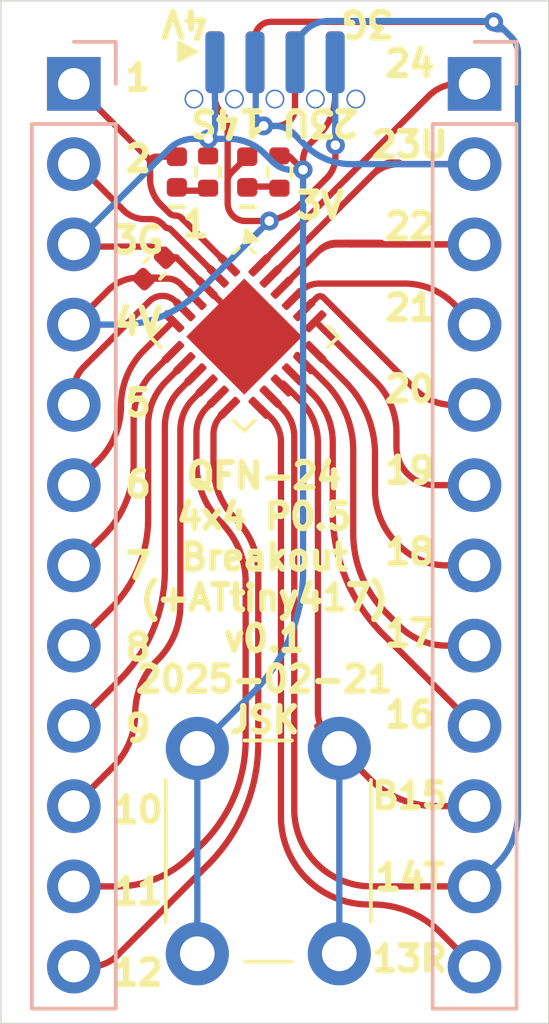
<source format=kicad_pcb>
(kicad_pcb (version 20241229) (generator "pcbnew") (generator_version "9.0")
  (layers (0 "F.Cu" signal) (2 "B.Cu" signal) (13 "F.Paste" user) (15 "B.Paste" user) (5 "F.SilkS" user "F.Silkscreen") (7 "B.SilkS" user "B.Silkscreen") (1 "F.Mask" user) (3 "B.Mask" user) (25 "Edge.Cuts" user))
  (net 0 "")
  (net 1 "/Pin3")
  (net 2 "/Pin4")
  (net 3 "Net-(D1001-Pad1)")
  (net 4 "Net-(D1002-Pad1)")
  (net 5 "/Pin1")
  (net 6 "/Pin21")
  (net 7 "/Pin24")
  (net 8 "/Pin15")
  (net 9 "/Pin17")
  (net 10 "/Pin19")
  (net 11 "/Pin22")
  (net 12 "/Pin18")
  (net 13 "/Pin20")
  (net 14 "/Pin13")
  (net 15 "/Pin23")
  (net 16 "/Pin14")
  (net 17 "/Pin16")
  (net 18 "/Pin6")
  (net 19 "/Pin10")
  (net 20 "/Pin5")
  (net 21 "/Pin8")
  (net 22 "/Pin11")
  (net 23 "/Pin2")
  (net 24 "/Pin7")
  (net 25 "/Pin12")
  (net 26 "/Pin9")
  (footprint "Resistor_SMD:R_0402_1005Metric" (layer "F.Cu") (at 146.89 74.550001 90)
    (property "Reference" "R1001" (hide yes))
    (property "Value" "R_US" (hide yes))
    (fp_line (start -0.153641 -0.38) (end 0.153641 -0.38) (stroke (width 0.12)) (layer "F.SilkS"))
    (fp_line (start -0.153641 0.38) (end 0.153641 0.38) (stroke (width 0.12)) (layer "F.SilkS"))
    (pad "1" smd roundrect (at -0.509999 0 90) (size 0.54 0.64) (layers "F.Cu" "F.Mask" "F.Paste") (net 3 "Net-(D1001-Pad1)"))
    (pad "2" smd roundrect (at 0.509999 0 90) (size 0.54 0.64) (layers "F.Cu" "F.Mask" "F.Paste") (net 1 "/Pin3"))
  )
  (footprint "JSK:LED_0402_1005Metric" (layer "F.Cu") (at 143.64 74.550001 90)
    (property "Reference" "D1002" (hide yes))
    (property "Value" "LED" (hide yes))
    (fp_line (start -1.1 -0.20625) (end -1.1 0.226249) (stroke (width 0.15)) (layer "F.SilkS"))
    (pad "1" smd roundrect (at -0.485 0 90) (size 0.59 0.64) (layers "F.Cu" "F.Mask" "F.Paste") (net 4 "Net-(D1002-Pad1)"))
    (pad "2" smd roundrect (at 0.485 0 90) (size 0.59 0.64) (layers "F.Cu" "F.Mask" "F.Paste") (net 5 "/Pin1"))
  )
  (footprint "JSK:8-pin-clip" (layer "F.Cu") (at 146.75 71.07 90)
    (property "Reference" "J1003" (hide yes))
    (property "Value" "~" (hide yes))
    (fp_poly (pts (xy 0.050323 -3.056152) (xy 0.620323 -3.056152) (xy 0.330324 -2.486152)) (stroke (width 0.12)) (fill yes) (layer "F.SilkS"))
    (pad "" np_thru_hole circle (at -1.17 -2.5675 90) (size 0.6 0.6) (drill 0.5) (layers "*.Cu"))
    (pad "" np_thru_hole circle (at -1.17 -1.285 90) (size 0.6 0.6) (drill 0.5) (layers "*.Cu"))
    (pad "" np_thru_hole circle (at -1.17 -0.0025 90) (size 0.6 0.6) (drill 0.5) (layers "*.Cu"))
    (pad "" np_thru_hole circle (at -1.17 1.28 90) (size 0.6 0.6) (drill 0.5) (layers "*.Cu"))
    (pad "" np_thru_hole circle (at -1.17 2.5625 90) (size 0.6 0.6) (drill 0.5) (layers "*.Cu"))
    (pad "A1" connect roundrect (at 0 -1.904999 90) (size 1.95 0.6) (layers "F.Cu" "F.Mask") (net 2 "/Pin4"))
    (pad "A2" connect roundrect (at 0 -0.635 90) (size 1.95 0.6) (layers "F.Cu" "F.Mask") (net 16 "/Pin14"))
    (pad "A3" connect roundrect (at 0 0.635 90) (size 1.95 0.6) (layers "F.Cu" "F.Mask") (net 15 "/Pin23"))
    (pad "A4" connect roundrect (at 0 1.904999 90) (size 1.95 0.6) (layers "F.Cu" "F.Mask") (net 1 "/Pin3"))
    (pad "B1" connect roundrect (at -0.01 1.91 90) (size 1.95 0.6) (layers "B.Cu" "B.Mask") (net 2 "/Pin4"))
    (pad "B2" connect roundrect (at -0.01 0.64 90) (size 1.95 0.6) (layers "B.Cu" "B.Mask") (net 16 "/Pin14"))
    (pad "B3" connect roundrect (at -0.01 -0.63 90) (size 1.95 0.6) (layers "B.Cu" "B.Mask") (net 15 "/Pin23"))
    (pad "B4" connect roundrect (at -0.01 -1.9 90) (size 1.95 0.6) (layers "B.Cu" "B.Mask") (net 1 "/Pin3"))
  )
  (footprint "Capacitor_SMD:C_0402_1005Metric" (layer "F.Cu") (at 142.93 77.6 45)
    (property "Reference" "C1001" (hide yes))
    (property "Value" "C" (hide yes))
    (fp_line (start -0.107836 -0.36) (end 0.107836 -0.36) (stroke (width 0.12)) (layer "F.SilkS"))
    (fp_line (start -0.107836 0.36) (end 0.107836 0.36) (stroke (width 0.12)) (layer "F.SilkS"))
    (pad "1" smd roundrect (at -0.48 0 45) (size 0.56 0.62) (layers "F.Cu" "F.Mask" "F.Paste") (net 2 "/Pin4"))
    (pad "2" smd roundrect (at 0.48 0 45) (size 0.56 0.62) (layers "F.Cu" "F.Mask" "F.Paste") (net 1 "/Pin3"))
  )
  (footprint "Button_Switch_THT:SW_PUSH_6mm" (layer "F.Cu") (at 144.288391 99.292925 90)
    (property "Reference" "SW1001" (hide yes))
    (property "Value" "Push_Button" (hide yes))
    (fp_line (start 5.5 -1) (end 1 -1) (stroke (width 0.12)) (layer "F.SilkS"))
    (fp_line (start -0.25 1.5) (end -0.25 3) (stroke (width 0.12)) (layer "F.SilkS"))
    (fp_line (start 6.75 3) (end 6.75 1.5) (stroke (width 0.12)) (layer "F.SilkS"))
    (fp_line (start 1 5.5) (end 5.5 5.5) (stroke (width 0.12)) (layer "F.SilkS"))
    (pad "1" thru_hole circle (at 0 0 180) (size 2 2) (drill 1.1) (layers "*.Cu" "*.Mask") (net 1 "/Pin3"))
    (pad "1" thru_hole circle (at 6.5 0 180) (size 2 2) (drill 1.1) (layers "*.Cu" "*.Mask") (net 1 "/Pin3"))
    (pad "2" thru_hole circle (at 0 4.500001 180) (size 2 2) (drill 1.1) (layers "*.Cu" "*.Mask") (net 8 "/Pin15"))
    (pad "2" thru_hole circle (at 6.500001 4.5 180) (size 2 2) (drill 1.1) (layers "*.Cu" "*.Mask") (net 8 "/Pin15"))
  )
  (footprint "JSK:LED_0402_1005Metric" (layer "F.Cu") (at 145.87 74.550001 90)
    (property "Reference" "D1001" (hide yes))
    (property "Value" "LED" (hide yes))
    (fp_line (start -1.1 -0.20625) (end -1.1 0.226249) (stroke (width 0.15)) (layer "F.SilkS"))
    (pad "1" smd roundrect (at -0.485 0 90) (size 0.59 0.64) (layers "F.Cu" "F.Mask" "F.Paste") (net 3 "Net-(D1001-Pad1)"))
    (pad "2" smd roundrect (at 0.485 0 90) (size 0.59 0.64) (layers "F.Cu" "F.Mask" "F.Paste") (net 2 "/Pin4"))
  )
  (footprint "Resistor_SMD:R_0402_1005Metric" (layer "F.Cu") (at 144.63 74.550001 90)
    (property "Reference" "R1002" (hide yes))
    (property "Value" "R_US" (hide yes))
    (fp_line (start -0.153641 -0.38) (end 0.153641 -0.38) (stroke (width 0.12)) (layer "F.SilkS"))
    (fp_line (start -0.153641 0.38) (end 0.153641 0.38) (stroke (width 0.12)) (layer "F.SilkS"))
    (pad "1" smd roundrect (at -0.509999 0 90) (size 0.54 0.64) (layers "F.Cu" "F.Mask" "F.Paste") (net 4 "Net-(D1002-Pad1)"))
    (pad "2" smd roundrect (at 0.509999 0 90) (size 0.54 0.64) (layers "F.Cu" "F.Mask" "F.Paste") (net 1 "/Pin3"))
  )
  (footprint "Package_DFN_QFN:QFN-24-1EP_4x4mm_P0.5mm_EP2.6x2.6mm" (layer "F.Cu") (at 145.775 79.76 -45)
    (property "Reference" "U1001" (hide yes))
    (property "Value" "ATtiny417-M" (hide yes))
    (fp_line (start -2.11 2.11) (end -2.11 1.635) (stroke (width 0.12)) (layer "F.SilkS"))
    (fp_line (start -1.635 2.11) (end -2.11 2.11) (stroke (width 0.12)) (layer "F.SilkS"))
    (fp_line (start -2.11 -1.635) (end -2.11 -1.87) (stroke (width 0.12)) (layer "F.SilkS"))
    (fp_line (start 1.635 2.11) (end 2.11 2.11) (stroke (width 0.12)) (layer "F.SilkS"))
    (fp_line (start 2.11 2.11) (end 2.11 1.635) (stroke (width 0.12)) (layer "F.SilkS"))
    (fp_line (start -1.635 -2.11) (end -1.81 -2.11) (stroke (width 0.12)) (layer "F.SilkS"))
    (fp_line (start 1.635 -2.11) (end 2.11 -2.11) (stroke (width 0.12)) (layer "F.SilkS"))
    (fp_line (start 2.11 -2.11) (end 2.11 -1.635) (stroke (width 0.12)) (layer "F.SilkS"))
    (fp_poly (pts (xy -2.11 -2.11) (xy -2.349999 -2.44) (xy -1.87 -2.44) (xy -2.11 -2.11)) (stroke (width 0.12)) (fill yes) (layer "F.SilkS"))
    (pad "1" smd roundrect (at -1.9375 -1.25 315) (size 0.825 0.25) (layers "F.Cu" "F.Mask" "F.Paste") (net 5 "/Pin1"))
    (pad "2" smd roundrect (at -1.937499 -0.75 315) (size 0.825 0.25) (layers "F.Cu" "F.Mask" "F.Paste") (net 23 "/Pin2"))
    (pad "3" smd roundrect (at -1.9375 -0.25 315) (size 0.825 0.25) (layers "F.Cu" "F.Mask" "F.Paste") (net 1 "/Pin3"))
    (pad "4" smd roundrect (at -1.9375 0.25 315) (size 0.825 0.25) (layers "F.Cu" "F.Mask" "F.Paste") (net 2 "/Pin4"))
    (pad "5" smd roundrect (at -1.937499 0.75 315) (size 0.825 0.25) (layers "F.Cu" "F.Mask" "F.Paste") (net 20 "/Pin5"))
    (pad "6" smd roundrect (at -1.9375 1.25 315) (size 0.825 0.25) (layers "F.Cu" "F.Mask" "F.Paste") (net 18 "/Pin6"))
    (pad "7" smd roundrect (at -1.25 1.9375 315) (size 0.25 0.825) (layers "F.Cu" "F.Mask" "F.Paste") (net 24 "/Pin7"))
    (pad "8" smd roundrect (at -0.75 1.937499 315) (size 0.25 0.825) (layers "F.Cu" "F.Mask" "F.Paste") (net 21 "/Pin8"))
    (pad "9" smd roundrect (at -0.25 1.9375 315) (size 0.25 0.825) (layers "F.Cu" "F.Mask" "F.Paste") (net 26 "/Pin9"))
    (pad "10" smd roundrect (at 0.25 1.9375 315) (size 0.25 0.825) (layers "F.Cu" "F.Mask" "F.Paste") (net 19 "/Pin10"))
    (pad "11" smd roundrect (at 0.75 1.937499 315) (size 0.25 0.825) (layers "F.Cu" "F.Mask" "F.Paste") (net 22 "/Pin11"))
    (pad "12" smd roundrect (at 1.25 1.9375 315) (size 0.25 0.825) (layers "F.Cu" "F.Mask" "F.Paste") (net 25 "/Pin12"))
    (pad "13" smd roundrect (at 1.9375 1.25 315) (size 0.825 0.25) (layers "F.Cu" "F.Mask" "F.Paste") (net 14 "/Pin13"))
    (pad "14" smd roundrect (at 1.937499 0.75 315) (size 0.825 0.25) (layers "F.Cu" "F.Mask" "F.Paste") (net 16 "/Pin14"))
    (pad "15" smd roundrect (at 1.9375 0.25 315) (size 0.825 0.25) (layers "F.Cu" "F.Mask" "F.Paste") (net 8 "/Pin15"))
    (pad "16" smd roundrect (at 1.9375 -0.25 315) (size 0.825 0.25) (layers "F.Cu" "F.Mask" "F.Paste") (net 17 "/Pin16"))
    (pad "17" smd roundrect (at 1.937499 -0.75 315) (size 0.825 0.25) (layers "F.Cu" "F.Mask" "F.Paste") (net 9 "/Pin17"))
    (pad "18" smd roundrect (at 1.9375 -1.25 315) (size 0.825 0.25) (layers "F.Cu" "F.Mask" "F.Paste") (net 12 "/Pin18"))
    (pad "19" smd roundrect (at 1.25 -1.9375 315) (size 0.25 0.825) (layers "F.Cu" "F.Mask" "F.Paste") (net 10 "/Pin19"))
    (pad "20" smd roundrect (at 0.75 -1.937499 315) (size 0.25 0.825) (layers "F.Cu" "F.Mask" "F.Paste") (net 13 "/Pin20"))
    (pad "21" smd roundrect (at 0.25 -1.9375 315) (size 0.25 0.825) (layers "F.Cu" "F.Mask" "F.Paste") (net 6 "/Pin21"))
    (pad "22" smd roundrect (at -0.25 -1.9375 315) (size 0.25 0.825) (layers "F.Cu" "F.Mask" "F.Paste") (net 11 "/Pin22"))
    (pad "23" smd roundrect (at -0.75 -1.937499 315) (size 0.25 0.825) (layers "F.Cu" "F.Mask" "F.Paste") (net 15 "/Pin23"))
    (pad "24" smd roundrect (at -1.25 -1.9375 315) (size 0.25 0.825) (layers "F.Cu" "F.Mask" "F.Paste") (net 7 "/Pin24"))
    (pad "25" smd rect (at 0 0 315) (size 2.6 2.6) (property pad_prop_heatsink) (layers "F.Cu" "F.Mask") (net 1 "/Pin3"))
  )
  (footprint "Connector_PinHeader_2.54mm:PinHeader_1x12_P2.54mm_Vertical" (layer "B.Cu") (at 140.375 71.76 180)
    (property "Reference" "J1002" (hide yes))
    (property "Value" "Conn_01x12_Pin" (hide yes))
    (fp_line (start 1.33 -1.27) (end -1.33 -1.27) (stroke (width 0.12)) (layer "B.SilkS"))
    (fp_line (start 1.33 -29.27) (end 1.33 -1.27) (stroke (width 0.12)) (layer "B.SilkS"))
    (fp_line (start 1.33 -29.27) (end -1.33 -29.27) (stroke (width 0.12)) (layer "B.SilkS"))
    (fp_line (start 0 1.33) (end -1.33 1.33) (stroke (width 0.12)) (layer "B.SilkS"))
    (fp_line (start -1.33 1.33) (end -1.33 0) (stroke (width 0.12)) (layer "B.SilkS"))
    (fp_line (start -1.33 -29.27) (end -1.33 -1.27) (stroke (width 0.12)) (layer "B.SilkS"))
    (pad "1" thru_hole rect (at 0 0 180) (size 1.7 1.7) (drill 1) (layers "*.Cu" "*.Mask") (net 5 "/Pin1"))
    (pad "2" thru_hole oval (at 0 -2.54 180) (size 1.7 1.7) (drill 1) (layers "*.Cu" "*.Mask") (net 23 "/Pin2"))
    (pad "3" thru_hole oval (at 0 -5.08 180) (size 1.7 1.7) (drill 1) (layers "*.Cu" "*.Mask") (net 1 "/Pin3"))
    (pad "4" thru_hole oval (at 0 -7.62 180) (size 1.7 1.7) (drill 1) (layers "*.Cu" "*.Mask") (net 2 "/Pin4"))
    (pad "5" thru_hole oval (at 0 -10.16 180) (size 1.7 1.7) (drill 1) (layers "*.Cu" "*.Mask") (net 20 "/Pin5"))
    (pad "6" thru_hole oval (at 0 -12.7 180) (size 1.7 1.7) (drill 1) (layers "*.Cu" "*.Mask") (net 18 "/Pin6"))
    (pad "7" thru_hole oval (at 0 -15.24 180) (size 1.7 1.7) (drill 1) (layers "*.Cu" "*.Mask") (net 24 "/Pin7"))
    (pad "8" thru_hole oval (at 0 -17.78 180) (size 1.7 1.7) (drill 1) (layers "*.Cu" "*.Mask") (net 21 "/Pin8"))
    (pad "9" thru_hole oval (at 0 -20.32 180) (size 1.7 1.7) (drill 1) (layers "*.Cu" "*.Mask") (net 26 "/Pin9"))
    (pad "10" thru_hole oval (at 0 -22.86 180) (size 1.7 1.7) (drill 1) (layers "*.Cu" "*.Mask") (net 19 "/Pin10"))
    (pad "11" thru_hole oval (at 0 -25.4 180) (size 1.7 1.7) (drill 1) (layers "*.Cu" "*.Mask") (net 22 "/Pin11"))
    (pad "12" thru_hole oval (at 0 -27.94 180) (size 1.7 1.7) (drill 1) (layers "*.Cu" "*.Mask") (net 25 "/Pin12"))
  )
  (footprint "Connector_PinHeader_2.54mm:PinHeader_1x12_P2.54mm_Vertical" (layer "B.Cu") (at 153.075 71.76 180)
    (property "Reference" "J1001" (hide yes))
    (property "Value" "Conn_01x12_Pin" (hide yes))
    (fp_line (start 1.33 -1.27) (end -1.33 -1.27) (stroke (width 0.12)) (layer "B.SilkS"))
    (fp_line (start 1.33 -29.27) (end 1.33 -1.27) (stroke (width 0.12)) (layer "B.SilkS"))
    (fp_line (start 1.33 -29.27) (end -1.33 -29.27) (stroke (width 0.12)) (layer "B.SilkS"))
    (fp_line (start 0 1.33) (end -1.33 1.33) (stroke (width 0.12)) (layer "B.SilkS"))
    (fp_line (start -1.33 1.33) (end -1.33 0) (stroke (width 0.12)) (layer "B.SilkS"))
    (fp_line (start -1.33 -29.27) (end -1.33 -1.27) (stroke (width 0.12)) (layer "B.SilkS"))
    (pad "1" thru_hole rect (at 0 0 180) (size 1.7 1.7) (drill 1) (layers "*.Cu" "*.Mask") (net 7 "/Pin24"))
    (pad "2" thru_hole oval (at 0 -2.54 180) (size 1.7 1.7) (drill 1) (layers "*.Cu" "*.Mask") (net 15 "/Pin23"))
    (pad "3" thru_hole oval (at 0 -5.08 180) (size 1.7 1.7) (drill 1) (layers "*.Cu" "*.Mask") (net 11 "/Pin22"))
    (pad "4" thru_hole oval (at 0 -7.62 180) (size 1.7 1.7) (drill 1) (layers "*.Cu" "*.Mask") (net 6 "/Pin21"))
    (pad "5" thru_hole oval (at 0 -10.16 180) (size 1.7 1.7) (drill 1) (layers "*.Cu" "*.Mask") (net 13 "/Pin20"))
    (pad "6" thru_hole oval (at 0 -12.7 180) (size 1.7 1.7) (drill 1) (layers "*.Cu" "*.Mask") (net 10 "/Pin19"))
    (pad "7" thru_hole oval (at 0 -15.24 180) (size 1.7 1.7) (drill 1) (layers "*.Cu" "*.Mask") (net 12 "/Pin18"))
    (pad "8" thru_hole oval (at 0 -17.78 180) (size 1.7 1.7) (drill 1) (layers "*.Cu" "*.Mask") (net 9 "/Pin17"))
    (pad "9" thru_hole oval (at 0 -20.32 180) (size 1.7 1.7) (drill 1) (layers "*.Cu" "*.Mask") (net 17 "/Pin16"))
    (pad "10" thru_hole oval (at 0 -22.86 180) (size 1.7 1.7) (drill 1) (layers "*.Cu" "*.Mask") (net 8 "/Pin15"))
    (pad "11" thru_hole oval (at 0 -25.4 180) (size 1.7 1.7) (drill 1) (layers "*.Cu" "*.Mask") (net 16 "/Pin14"))
    (pad "12" thru_hole oval (at 0 -27.94 180) (size 1.7 1.7) (drill 1) (layers "*.Cu" "*.Mask") (net 14 "/Pin13"))
  )
  (gr_rect (start 138.06 69.13) (end 155.43 101.5) (stroke (width 0.05)) (fill no) (layer "Edge.Cuts"))
  (gr_text "3V" (at 148.18 75.14 0) (layer "F.SilkS") (effects (font (size 0.8 0.8) (thickness 0.2) (bold yes)) (justify top)))
  (gr_text "24\n\n23U\n\n22\n\n21\n\n20\n\n19\n\n18\n\n17\n\n16\n\nB15\n\n14T\n\n13R" (at 151.02 70.65 0) (layer "F.SilkS") (effects (font (size 0.8 0.8) (thickness 0.2) (bold yes)) (justify top)))
  (gr_text "1\n\n2\n\n3G\n\n4V\n\n5\n\n6\n\n7\n\n8\n\n9\n\n10\n\n11\n\n12" (at 142.41 71.09 0) (layer "F.SilkS") (effects (font (size 0.8 0.8) (thickness 0.2) (bold yes)) (justify top)))
  (gr_text "23U 14S" (at 149.5 72.52 180) (layer "F.SilkS") (effects (font (size 0.8 0.8) (thickness 0.2) (bold yes)) (justify left bottom)))
  (gr_text "QFN-24\n4x4 P0.5\nBreakout\n(+ATtiny417)\nv0.1\n2025-02-21\nJSK" (at 146.41 88.03 0) (layer "F.SilkS") (effects (font (size 0.8 0.8) (thickness 0.2) (bold yes))))
  (gr_text "1" (at 144.23 75.73 0) (layer "F.SilkS") (effects (font (size 0.8 0.8) (thickness 0.2) (bold yes)) (justify top)))
  (gr_text "3G       4V" (at 150.58 69.38 180) (layer "F.SilkS") (effects (font (size 0.8 0.8) (thickness 0.2) (bold yes)) (justify left bottom)))
  (segment (start 148.654999 72.142846) (end 148.654999 71.07) (width 0.2) (layer "F.Cu") (net 1))
  (segment (start 143.624276 77.249999) (end 143.494999 77.249999) (width 0.2) (layer "F.Cu") (net 1))
  (segment (start 148.147499 73.368058) (end 147.853702 73.661855) (width 0.2) (layer "F.Cu") (net 1))
  (segment (start 143.05 76.94) (end 143.264539 77.154539) (width 0.2) (layer "F.Cu") (net 1))
  (segment (start 147.241923 74.091923) (end 147.626464 74.476464) (width 0.2) (layer "F.Cu") (net 1))
  (segment (start 147.64 74.48) (end 147.635 74.48) (width 0.2) (layer "F.Cu") (net 1))
  (segment (start 144.64 73.5) (end 144.64 74.030002) (width 0.2) (layer "F.Cu") (net 1))
  (segment (start 143.005857 76.91) (end 140.445 76.91) (width 0.2) (layer "F.Cu") (net 1))
  (segment (start 144.581757 78.213204) (end 145.775 79.406447) (width 0.2) (layer "F.Cu") (net 1))
  (segment (start 143.03 76.92) (end 143.05 76.94) (width 0.2) (layer "F.Cu") (net 1))
  (segment (start 147.02 74) (end 146.89 74) (width 0.2) (layer "F.Cu") (net 1))
  (segment (start 147.64 74.48) (end 147.64 74.177779) (width 0.2) (layer "F.Cu") (net 1))
  (segment (start 144.581757 78.213204) (end 143.634047 77.265494) (width 0.2) (layer "F.Cu") (net 1))
  (via (at 147.64 74.48) (size 0.6) (drill 0.3) (layers "F.Cu" "B.Cu") (net 1))
  (via (at 144.64 73.5) (size 0.6) (drill 0.3) (layers "F.Cu" "B.Cu") (net 1))
  (arc (start 147.853702 73.661855) (mid 147.695539 73.898563) (end 147.64 74.177779) (width 0.2) (layer "F.Cu") (net 1))
  (arc (start 143.63 77.255723) (mid 143.631051 77.261011) (end 143.634047 77.265494) (width 0.2) (layer "F.Cu") (net 1))
  (arc (start 148.654999 72.142846) (mid 148.523104 72.805926) (end 148.147499 73.368058) (width 0.2) (layer "F.Cu") (net 1))
  (arc (start 143.63 77.255723) (mid 143.628323 77.251675) (end 143.624276 77.249999) (width 0.2) (layer "F.Cu") (net 1))
  (arc (start 143.03 76.92) (mid 143.018923 76.912598) (end 143.005857 76.91) (width 0.2) (layer "F.Cu") (net 1))
  (arc (start 143.264539 77.154539) (mid 143.370275 77.225189) (end 143.494999 77.249999) (width 0.2) (layer "F.Cu") (net 1))
  (arc (start 147.626464 74.476464) (mid 147.63038 74.479081) (end 147.635 74.48) (width 0.2) (layer "F.Cu") (net 1))
  (arc (start 147.241923 74.091923) (mid 147.140104 74.02389) (end 147.02 74) (width 0.2) (layer "F.Cu") (net 1))
  (segment (start 145.295735 73.5) (end 144.64 73.5) (width 0.2) (layer "B.Cu") (net 1))
  (segment (start 147.64 74.48) (end 147.64 87.187352) (width 0.2) (layer "B.Cu") (net 1))
  (segment (start 144.1775 73.5) (end 144.64 73.5) (width 0.2) (layer "B.Cu") (net 1))
  (segment (start 147.64 74.48) (end 147.285735 74.48) (width 0.2) (layer "B.Cu") (net 1))
  (segment (start 143.387963 73.827036) (end 140.375 76.84) (width 0.2) (layer "B.Cu") (net 1))
  (segment (start 144.85 73.141507) (end 144.85 71.08) (width 0.2) (layer "B.Cu") (net 1))
  (segment (start 144.745 73.395) (end 144.64 73.5) (width 0.2) (layer "B.Cu") (net 1))
  (segment (start 144.288391 92.792925) (end 144.288391 99.292925) (width 0.2) (layer "B.Cu") (net 1))
  (segment (start 146.046207 91.035108) (end 144.288391 92.792925) (width 0.2) (layer "B.Cu") (net 1))
  (segment (start 146.415146 73.963675) (end 146.680968 74.229497) (width 0.2) (layer "B.Cu") (net 1))
  (arc (start 146.680968 74.229497) (mid 146.958437 74.414896) (end 147.285735 74.48) (width 0.2) (layer "B.Cu") (net 1))
  (arc (start 144.85 73.141507) (mid 144.822711 73.278696) (end 144.745 73.395) (width 0.2) (layer "B.Cu") (net 1))
  (arc (start 144.1775 73.5) (mid 143.750205 73.584993) (end 143.387963 73.827036) (width 0.2) (layer "B.Cu") (net 1))
  (arc (start 147.64 87.187352) (mid 147.225786 89.269742) (end 146.046207 91.035108) (width 0.2) (layer "B.Cu") (net 1))
  (arc (start 146.415146 73.963675) (mid 145.901555 73.620505) (end 145.295735 73.5) (width 0.2) (layer "B.Cu") (net 1))
  (segment (start 145.361368 74.573632) (end 145.87 74.065001) (width 0.2) (layer "F.Cu") (net 2))
  (segment (start 143.774483 78.113035) (end 144.076964 78.415516) (width 0.2) (layer "F.Cu") (net 2))
  (segment (start 144.076964 78.415516) (end 144.228204 78.566757) (width 0.2) (layer "F.Cu") (net 2))
  (segment (start 145.25 74.8425) (end 145.25 75.157499) (width 0.2) (layer "F.Cu") (net 2))
  (segment (start 142.4525 77.89) (end 143.04 77.89) (width 0.2) (layer "F.Cu") (net 2))
  (segment (start 148.664086 73.7) (end 148.664086 74.082957) (width 0.2) (layer "F.Cu") (net 2))
  (segment (start 145.813345 76.1) (end 146.305 76.1) (width 0.2) (layer "F.Cu") (net 2))
  (segment (start 143.774483 78.113035) (end 143.756086 78.094638) (width 0.2) (layer "F.Cu") (net 2))
  (segment (start 143.346543 77.925) (end 142.685 77.925) (width 0.2) (layer "F.Cu") (net 2))
  (segment (start 145.25 75.157499) (end 145.25 75.536654) (width 0.2) (layer "F.Cu") (net 2))
  (segment (start 148.393294 74.736705) (end 147.542652 75.587347) (width 0.2) (layer "F.Cu") (net 2))
  (segment (start 145.25 73.159906) (end 145.25 74.8425) (width 0.2) (layer "F.Cu") (net 2))
  (segment (start 141.449574 78.305425) (end 140.375 79.38) (width 0.2) (layer "F.Cu") (net 2))
  (segment (start 144.845001 72.182152) (end 144.845001 71.07) (width 0.2) (layer "F.Cu") (net 2))
  (segment (start 145.25 75.157499) (end 145.25 74.8425) (width 0.2) (layer "F.Cu") (net 2))
  (via (at 146.57 76.1) (size 0.6) (drill 0.3) (layers "F.Cu" "B.Cu") (net 2))
  (via (at 148.664086 73.7) (size 0.6) (drill 0.3) (layers "F.Cu" "B.Cu") (net 2))
  (arc (start 145.361368 74.573632) (mid 145.278943 74.696989) (end 145.25 74.8425) (width 0.2) (layer "F.Cu") (net 2))
  (arc (start 145.25 74.8425) (mid 145.25 74.8425) (end 145.25 74.8425) (width 0.2) (layer "F.Cu") (net 2))
  (arc (start 148.664086 74.082957) (mid 148.593709 74.436763) (end 148.393294 74.736705) (width 0.2) (layer "F.Cu") (net 2))
  (arc (start 145.0475 72.671029) (mid 145.197371 72.895327) (end 145.25 73.159906) (width 0.2) (layer "F.Cu") (net 2))
  (arc (start 143.756086 78.094638) (mid 143.568186 77.969087) (end 143.346543 77.925) (width 0.2) (layer "F.Cu") (net 2))
  (arc (start 147.542652 75.587347) (mid 146.974812 75.966765) (end 146.305 76.1) (width 0.2) (layer "F.Cu") (net 2))
  (arc (start 144.845001 72.182152) (mid 144.897628 72.44673) (end 145.0475 72.671029) (width 0.2) (layer "F.Cu") (net 2))
  (arc (start 145.25 75.536654) (mid 145.292882 75.752237) (end 145.415 75.935) (width 0.2) (layer "F.Cu") (net 2))
  (arc (start 142.4525 77.89) (mid 141.90972 77.997965) (end 141.449574 78.305425) (width 0.2) (layer "F.Cu") (net 2))
  (arc (start 145.415 75.935) (mid 145.597762 76.057117) (end 145.813345 76.1) (width 0.2) (layer "F.Cu") (net 2))
  (segment (start 148.66 73.693024) (end 148.66 71.08) (width 0.2) (layer "B.Cu") (net 2))
  (segment (start 144.320608 78.349391) (end 146.57 76.1) (width 0.2) (layer "B.Cu") (net 2))
  (segment (start 148.662043 73.697957) (end 148.664086 73.7) (width 0.2) (layer "B.Cu") (net 2))
  (segment (start 141.8325 79.38) (end 140.375 79.38) (width 0.2) (layer "B.Cu") (net 2))
  (arc (start 148.66 73.693024) (mid 148.66053 73.695693) (end 148.662043 73.697957) (width 0.2) (layer "B.Cu") (net 2))
  (arc (start 144.320608 78.349391) (mid 143.179054 79.112153) (end 141.8325 79.38) (width 0.2) (layer "B.Cu") (net 2))
  (segment (start 146.89 75.009999) (end 145.87 75.009999) (width 0.2) (layer "F.Cu") (net 3))
  (segment (start 144.63 75.139998) (end 143.664998 75.139998) (width 0.2) (layer "F.Cu") (net 4))
  (segment (start 143.795062 76.012295) (end 145.288864 77.506097) (width 0.2) (layer "F.Cu") (net 5))
  (segment (start 142.97778 74.065001) (end 143.64 74.065001) (width 0.2) (layer "F.Cu") (net 5))
  (segment (start 143.135 75.585) (end 143.397704 75.847704) (width 0.2) (layer "F.Cu") (net 5))
  (segment (start 142.79 74.252781) (end 142.79 74.752096) (width 0.2) (layer "F.Cu") (net 5))
  (segment (start 142.735 74.12) (end 140.375 71.76) (width 0.2) (layer "F.Cu") (net 5))
  (arc (start 143.397704 75.847704) (mid 143.488858 75.908611) (end 143.596383 75.93) (width 0.2) (layer "F.Cu") (net 5))
  (arc (start 142.735 74.12) (mid 142.789999 74.142781) (end 142.844999 74.12) (width 0.2) (layer "F.Cu") (net 5))
  (arc (start 142.97778 74.065001) (mid 142.905919 74.079294) (end 142.844999 74.12) (width 0.2) (layer "F.Cu") (net 5))
  (arc (start 143.795062 76.012295) (mid 143.703907 75.951387) (end 143.596383 75.93) (width 0.2) (layer "F.Cu") (net 5))
  (arc (start 142.79 74.752096) (mid 142.879662 75.20286) (end 143.135 75.585) (width 0.2) (layer "F.Cu") (net 5))
  (arc (start 142.844999 74.12) (mid 142.804293 74.18092) (end 142.79 74.252781) (width 0.2) (layer "F.Cu") (net 5))
  (arc (start 142.79 74.252781) (mid 142.775705 74.18092) (end 142.735 74.12) (width 0.2) (layer "F.Cu") (net 5))
  (segment (start 152.425 78.73) (end 153.075 79.38) (width 0.2) (layer "F.Cu") (net 6))
  (segment (start 147.565174 78.323378) (end 147.321796 78.566757) (width 0.2) (layer "F.Cu") (net 6))
  (segment (start 150.855761 78.08) (end 148.152742 78.08) (width 0.2) (layer "F.Cu") (net 6))
  (arc (start 152.425 78.73) (mid 151.705027 78.248929) (end 150.855761 78.08) (width 0.2) (layer "F.Cu") (net 6))
  (arc (start 148.152742 78.08) (mid 147.834752 78.143251) (end 147.565174 78.323378) (width 0.2) (layer "F.Cu") (net 6))
  (segment (start 152.541117 71.76) (end 153.075 71.76) (width 0.2) (layer "F.Cu") (net 7))
  (segment (start 151.629721 72.137512) (end 146.261136 77.506097) (width 0.2) (layer "F.Cu") (net 7))
  (arc (start 152.541117 71.76) (mid 152.047873 71.858112) (end 151.629721 72.137512) (width 0.2) (layer "F.Cu") (net 7))
  (segment (start 147.561877 81.794366) (end 147.013755 81.246244) (width 0.2) (layer "F.Cu") (net 8))
  (segment (start 149.127586 93.132119) (end 149.74589 93.750423) (width 0.2) (layer "F.Cu") (net 8))
  (segment (start 148.11 91.634838) (end 148.11 83.117651) (width 0.2) (layer "F.Cu") (net 8))
  (segment (start 148.449195 92.453728) (end 149.127586 93.132119) (width 0.2) (layer "F.Cu") (net 8))
  (segment (start 148.449195 92.453728) (end 148.09 92.094533) (width 0.2) (layer "F.Cu") (net 8))
  (segment (start 151.845233 94.62) (end 153.075 94.62) (width 0.2) (layer "F.Cu") (net 8))
  (segment (start 149.127586 93.132119) (end 148.449195 92.453728) (width 0.2) (layer "F.Cu") (net 8))
  (arc (start 149.74589 93.750423) (mid 150.709077 94.394004) (end 151.845233 94.62) (width 0.2) (layer "F.Cu") (net 8))
  (arc (start 148.11 91.634838) (mid 148.198153 92.078018) (end 148.449195 92.453728) (width 0.2) (layer "F.Cu") (net 8))
  (arc (start 147.561877 81.794366) (mid 147.967547 82.401494) (end 148.11 83.117651) (width 0.2) (layer "F.Cu") (net 8))
  (arc (start 148.449195 92.453728) (mid 148.449195 92.453728) (end 148.449195 92.453728) (width 0.2) (layer "F.Cu") (net 8))
  (segment (start 148.788392 99.292925) (end 148.788392 92.792925) (width 0.2) (layer "B.Cu") (net 8))
  (segment (start 148.344435 81.224435) (end 147.458871 80.338871) (width 0.2) (layer "F.Cu") (net 9))
  (segment (start 150.27 88.5) (end 150.685978 88.915978) (width 0.2) (layer "F.Cu") (net 9))
  (segment (start 152.1925 89.54) (end 153.075 89.54) (width 0.2) (layer "F.Cu") (net 9))
  (segment (start 149.23 85.989217) (end 149.23 83.362377) (width 0.2) (layer "F.Cu") (net 9))
  (arc (start 150.685978 88.915978) (mid 151.377176 89.377821) (end 152.1925 89.54) (width 0.2) (layer "F.Cu") (net 9))
  (arc (start 148.344435 81.224435) (mid 148.999849 82.205331) (end 149.23 83.362377) (width 0.2) (layer "F.Cu") (net 9))
  (arc (start 149.23 85.989217) (mid 149.500287 87.348043) (end 150.27 88.5) (width 0.2) (layer "F.Cu") (net 9))
  (segment (start 150.6 82.79748) (end 150.6 83.247954) (width 0.2) (layer "F.Cu") (net 10))
  (segment (start 149.926467 81.171428) (end 148.028903 79.273864) (width 0.2) (layer "F.Cu") (net 10))
  (segment (start 151.812045 84.46) (end 153.075 84.46) (width 0.2) (layer "F.Cu") (net 10))
  (arc (start 150.6 83.247954) (mid 150.692261 83.711783) (end 150.955 84.105) (width 0.2) (layer "F.Cu") (net 10))
  (arc (start 149.926467 81.171428) (mid 150.424954 81.917467) (end 150.6 82.79748) (width 0.2) (layer "F.Cu") (net 10))
  (arc (start 150.955 84.105) (mid 151.348215 84.367738) (end 151.812045 84.46) (width 0.2) (layer "F.Cu") (net 10))
  (segment (start 149.035 76.79) (end 148.985 76.79) (width 0.2) (layer "F.Cu") (net 11))
  (segment (start 147.537861 77.643585) (end 146.968243 78.213204) (width 0.2) (layer "F.Cu") (net 11))
  (segment (start 148.700723 76.79) (end 148.985 76.79) (width 0.2) (layer "F.Cu") (net 11))
  (segment (start 150.215355 76.84) (end 153.075 76.84) (width 0.2) (layer "F.Cu") (net 11))
  (segment (start 148.985 76.79) (end 149.035 76.79) (width 0.2) (layer "F.Cu") (net 11))
  (segment (start 153.075 76.84) (end 148.720262 76.84) (width 0.2) (layer "F.Cu") (net 11))
  (segment (start 147.537861 77.643585) (end 148.073585 77.107861) (width 0.2) (layer "F.Cu") (net 11))
  (segment (start 149.145355 76.84) (end 153.075 76.84) (width 0.2) (layer "F.Cu") (net 11))
  (segment (start 148.172755 77.008691) (end 148.073585 77.107861) (width 0.2) (layer "F.Cu") (net 11))
  (segment (start 148.073586 77.107862) (end 147.537861 77.643585) (width 0.2) (layer "F.Cu") (net 11))
  (segment (start 149.085 76.815) (end 149.077677 76.807677) (width 0.2) (layer "F.Cu") (net 11))
  (segment (start 150.094644 76.79) (end 149.035 76.79) (width 0.2) (layer "F.Cu") (net 11))
  (arc (start 150.155 76.815) (mid 150.182691 76.833502) (end 150.215355 76.84) (width 0.2) (layer "F.Cu") (net 11))
  (arc (start 148.073585 77.107861) (mid 148.073585 77.107861) (end 148.073586 77.107862) (width 0.2) (layer "F.Cu") (net 11))
  (arc (start 148.700723 76.79) (mid 148.414989 76.846835) (end 148.172755 77.008691) (width 0.2) (layer "F.Cu") (net 11))
  (arc (start 148.720262 76.84) (mid 148.370283 76.909615) (end 148.073586 77.107862) (width 0.2) (layer "F.Cu") (net 11))
  (arc (start 149.085 76.815) (mid 149.112691 76.833502) (end 149.145355 76.84) (width 0.2) (layer "F.Cu") (net 11))
  (arc (start 149.077677 76.807677) (mid 149.058096 76.794594) (end 149.035 76.79) (width 0.2) (layer "F.Cu") (net 11))
  (arc (start 150.155 76.815) (mid 150.127308 76.796497) (end 150.094644 76.79) (width 0.2) (layer "F.Cu") (net 11))
  (arc (start 149.035 76.79) (mid 149.035 76.79) (end 149.035 76.79) (width 0.2) (layer "F.Cu") (net 11))
  (segment (start 152.1925 87) (end 153.075 87) (width 0.2) (layer "F.Cu") (net 12))
  (segment (start 150.685978 86.375978) (end 150.615 86.305) (width 0.2) (layer "F.Cu") (net 12))
  (segment (start 149.92 84.627121) (end 149.92 83.47444) (width 0.2) (layer "F.Cu") (net 12))
  (segment (start 148.974451 81.191684) (end 148.028903 80.246136) (width 0.2) (layer "F.Cu") (net 12))
  (arc (start 148.974451 81.191684) (mid 149.674259 82.239021) (end 149.92 83.47444) (width 0.2) (layer "F.Cu") (net 12))
  (arc (start 149.92 84.627121) (mid 150.100624 85.535182) (end 150.615 86.305) (width 0.2) (layer "F.Cu") (net 12))
  (arc (start 150.685978 86.375978) (mid 151.377176 86.837821) (end 152.1925 87) (width 0.2) (layer "F.Cu") (net 12))
  (segment (start 148.070756 78.524903) (end 147.675349 78.920311) (width 0.2) (layer "F.Cu") (net 13))
  (segment (start 152.378834 81.92) (end 153.075 81.92) (width 0.2) (layer "F.Cu") (net 13))
  (segment (start 148.28757 78.524903) (end 151.190404 81.427736) (width 0.2) (layer "F.Cu") (net 13))
  (arc (start 148.179163 78.48) (mid 148.120493 78.491669) (end 148.070756 78.524903) (width 0.2) (layer "F.Cu") (net 13))
  (arc (start 148.28757 78.524903) (mid 148.237832 78.491669) (end 148.179163 78.48) (width 0.2) (layer "F.Cu") (net 13))
  (arc (start 151.190404 81.427736) (mid 151.73566 81.792064) (end 152.378834 81.92) (width 0.2) (layer "F.Cu") (net 13))
  (segment (start 146.319023 82.029023) (end 146.621951 82.331951) (width 0.2) (layer "F.Cu") (net 14))
  (segment (start 146.94 94.954183) (end 146.94 83.099788) (width 0.2) (layer "F.Cu") (net 14))
  (segment (start 152.005525 98.630525) (end 153.075 99.7) (width 0.2) (layer "F.Cu") (net 14))
  (segment (start 149.718316 97.7325) (end 149.8375 97.7325) (width 0.2) (layer "F.Cu") (net 14))
  (segment (start 146.282519 82.013903) (end 146.261136 82.013903) (width 0.2) (layer "F.Cu") (net 14))
  (arc (start 146.319023 82.029023) (mid 146.302275 82.017832) (end 146.282519 82.013903) (width 0.2) (layer "F.Cu") (net 14))
  (arc (start 146.621951 82.331951) (mid 146.857341 82.684237) (end 146.94 83.099788) (width 0.2) (layer "F.Cu") (net 14))
  (arc (start 152.005525 98.630525) (mid 151.010826 97.965889) (end 149.8375 97.7325) (width 0.2) (layer "F.Cu") (net 14))
  (arc (start 147.75375 96.91875) (mid 148.6551 97.521013) (end 149.718316 97.7325) (width 0.2) (layer "F.Cu") (net 14))
  (arc (start 146.94 94.954183) (mid 147.151486 96.017399) (end 147.75375 96.91875) (width 0.2) (layer "F.Cu") (net 14))
  (segment (start 150.45717 74.25) (end 150.654644 74.25) (width 0.2) (layer "F.Cu") (net 15))
  (segment (start 150.670849 74.3) (end 153.075 74.3) (width 0.2) (layer "F.Cu") (net 15))
  (segment (start 149.121085 75.353255) (end 146.614689 77.859651) (width 0.2) (layer "F.Cu") (net 15))
  (segment (start 147.385 72.518119) (end 147.385 71.07) (width 0.2) (layer "F.Cu") (net 15))
  (segment (start 146.39 73.09) (end 146.813119 73.09) (width 0.2) (layer "F.Cu") (net 15))
  (segment (start 149.121085 75.353255) (end 149.823254 74.651084) (width 0.2) (layer "F.Cu") (net 15))
  (segment (start 149.823255 74.651085) (end 149.121085 75.353255) (width 0.2) (layer "F.Cu") (net 15))
  (segment (start 149.823254 74.651084) (end 150.059704 74.414635) (width 0.2) (layer "F.Cu") (net 15))
  (segment (start 150.775355 74.3) (end 153.075 74.3) (width 0.2) (layer "F.Cu") (net 15))
  (via (at 146.39 73.09) (size 0.6) (drill 0.3) (layers "F.Cu" "B.Cu") (net 15))
  (arc (start 150.45717 74.25) (mid 150.242063 74.292787) (end 150.059704 74.414635) (width 0.2) (layer "F.Cu") (net 15))
  (arc (start 150.715 74.275) (mid 150.687308 74.256497) (end 150.654644 74.25) (width 0.2) (layer "F.Cu") (net 15))
  (arc (start 150.670849 74.3) (mid 150.212134 74.391244) (end 149.823255 74.651085) (width 0.2) (layer "F.Cu") (net 15))
  (arc (start 147.385 72.518119) (mid 147.341468 72.736968) (end 147.2175 72.9225) (width 0.2) (layer "F.Cu") (net 15))
  (arc (start 150.715 74.275) (mid 150.742691 74.293502) (end 150.775355 74.3) (width 0.2) (layer "F.Cu") (net 15))
  (arc (start 147.2175 72.9225) (mid 147.031968 73.046468) (end 146.813119 73.09) (width 0.2) (layer "F.Cu") (net 15))
  (arc (start 149.823254 74.651084) (mid 149.823254 74.651084) (end 149.823255 74.651085) (width 0.2) (layer "F.Cu") (net 15))
  (segment (start 147.349031 73.340502) (end 147.703529 73.695) (width 0.2) (layer "B.Cu") (net 15))
  (segment (start 146.39 73.09) (end 146.265 72.965) (width 0.2) (layer "B.Cu") (net 15))
  (segment (start 146.744264 73.09) (end 146.39 73.09) (width 0.2) (layer "B.Cu") (net 15))
  (segment (start 146.14 72.663223) (end 146.14 71.1) (width 0.2) (layer "B.Cu") (net 15))
  (segment (start 149.164128 74.3) (end 153.075 74.3) (width 0.2) (layer "B.Cu") (net 15))
  (arc (start 147.703529 73.695) (mid 148.373657 74.142765) (end 149.164128 74.3) (width 0.2) (layer "B.Cu") (net 15))
  (arc (start 146.14 72.663223) (mid 146.172486 72.826543) (end 146.265 72.965) (width 0.2) (layer "B.Cu") (net 15))
  (arc (start 147.349031 73.340502) (mid 147.071561 73.155103) (end 146.744264 73.09) (width 0.2) (layer "B.Cu") (net 15))
  (segment (start 146.987344 82.033004) (end 146.614689 81.660349) (width 0.2) (layer "F.Cu") (net 16))
  (segment (start 149.801162 97.16) (end 153.075 97.16) (width 0.2) (layer "F.Cu") (net 16))
  (segment (start 147.36 82.932674) (end 147.36 94.718837) (width 0.2) (layer "F.Cu") (net 16))
  (segment (start 146.115 70.307133) (end 146.115 71.07) (width 0.2) (layer "F.Cu") (net 16))
  (segment (start 146.627133 69.795) (end 153.671464 69.795) (width 0.2) (layer "F.Cu") (net 16))
  (segment (start 153.6775 69.7975) (end 153.68 69.8) (width 0.2) (layer "F.Cu") (net 16))
  (via (at 153.68 69.8) (size 0.6) (drill 0.3) (layers "F.Cu" "B.Cu") (net 16))
  (arc (start 153.6775 69.7975) (mid 153.67473 69.795649) (end 153.671464 69.795) (width 0.2) (layer "F.Cu") (net 16))
  (arc (start 146.265 69.945) (mid 146.153983 70.111148) (end 146.115 70.307133) (width 0.2) (layer "F.Cu") (net 16))
  (arc (start 147.36 94.718837) (mid 147.545822 95.653029) (end 148.075 96.445) (width 0.2) (layer "F.Cu") (net 16))
  (arc (start 146.987344 82.033004) (mid 147.263149 82.445776) (end 147.36 82.932674) (width 0.2) (layer "F.Cu") (net 16))
  (arc (start 148.075 96.445) (mid 148.866969 96.974177) (end 149.801162 97.16) (width 0.2) (layer "F.Cu") (net 16))
  (arc (start 146.627133 69.795) (mid 146.431148 69.833983) (end 146.265 69.945) (width 0.2) (layer "F.Cu") (net 16))
  (segment (start 153.7875 96.4475) (end 153.125 97.11) (width 0.2) (layer "B.Cu") (net 16))
  (segment (start 147.7 70.08) (end 147.39 70.39) (width 0.2) (layer "B.Cu") (net 16))
  (segment (start 153.8925 69.9325) (end 154.0225 70.0625) (width 0.2) (layer "B.Cu") (net 16))
  (segment (start 154.45 94.848083) (end 154.45 70.769307) (width 0.2) (layer "B.Cu") (net 16))
  (segment (start 154.0225 70.0625) (end 154.0875 70.1275) (width 0.2) (layer "B.Cu") (net 16))
  (segment (start 154.0875 70.1275) (end 154.2525 70.2925) (width 0.2) (layer "B.Cu") (net 16))
  (segment (start 153.67 69.98) (end 153.62 69.93) (width 0.2) (layer "B.Cu") (net 16))
  (segment (start 154.0875 70.1275) (end 154.0225 70.0625) (width 0.2) (layer "B.Cu") (net 16))
  (segment (start 153.79071 70.03) (end 153.944038 70.03) (width 0.2) (layer "B.Cu") (net 16))
  (segment (start 153.50019 69.77) (end 148.448406 69.77) (width 0.2) (layer "B.Cu") (net 16))
  (arc (start 148.448406 69.77) (mid 148.043371 69.850566) (end 147.7 70.08) (width 0.2) (layer "B.Cu") (net 16))
  (arc (start 153.67 69.98) (mid 153.725382 70.017005) (end 153.79071 70.03) (width 0.2) (layer "B.Cu") (net 16))
  (arc (start 154.0225 70.0625) (mid 153.986501 70.038446) (end 153.944038 70.03) (width 0.2) (layer "B.Cu") (net 16))
  (arc (start 154.45 94.848083) (mid 154.277821 95.713681) (end 153.7875 96.4475) (width 0.2) (layer "B.Cu") (net 16))
  (arc (start 154.0225 70.0625) (mid 154.0225 70.0625) (end 154.0225 70.0625) (width 0.2) (layer "B.Cu") (net 16))
  (arc (start 154.2525 70.2925) (mid 154.398671 70.51126) (end 154.45 70.769307) (width 0.2) (layer "B.Cu") (net 16))
  (arc (start 153.8925 69.9325) (mid 153.712506 69.812232) (end 153.50019 69.77) (width 0.2) (layer "B.Cu") (net 16))
  (segment (start 147.950898 81.582345) (end 147.321796 80.953243) (width 0.2) (layer "F.Cu") (net 17))
  (segment (start 148.58 83.101131) (end 148.58 85.331036) (width 0.2) (layer "F.Cu") (net 17))
  (segment (start 150.173792 89.178792) (end 153.075 92.08) (width 0.2) (layer "F.Cu") (net 17))
  (arc (start 147.950898 81.582345) (mid 148.416501 82.27917) (end 148.58 83.101131) (width 0.2) (layer "F.Cu") (net 17))
  (arc (start 148.58 85.331036) (mid 148.994213 87.413426) (end 150.173792 89.178792) (width 0.2) (layer "F.Cu") (net 17))
  (segment (start 142.591262 80.203698) (end 143.521097 79.273864) (width 0.2) (layer "F.Cu") (net 18))
  (segment (start 141.148737 83.686262) (end 140.375 84.46) (width 0.2) (layer "F.Cu") (net 18))
  (arc (start 141.87 81.94498) (mid 141.682549 82.887355) (end 141.148737 83.686262) (width 0.2) (layer "F.Cu") (net 18))
  (arc (start 142.591262 80.203698) (mid 142.057449 81.002605) (end 141.87 81.94498) (width 0.2) (layer "F.Cu") (net 18))
  (segment (start 144.165878 81.722674) (end 144.581757 81.306796) (width 0.2) (layer "F.Cu") (net 19))
  (segment (start 143.034999 89.985685) (end 143.018025 90.00266) (width 0.2) (layer "F.Cu") (net 19))
  (segment (start 143.75 88.259523) (end 143.75 82.726694) (width 0.2) (layer "F.Cu") (net 19))
  (segment (start 141.621974 93.373025) (end 140.375 94.62) (width 0.2) (layer "F.Cu") (net 19))
  (arc (start 142.32 91.687843) (mid 142.138588 92.599857) (end 141.621974 93.373025) (width 0.2) (layer "F.Cu") (net 19))
  (arc (start 144.165878 81.722674) (mid 143.858083 82.183322) (end 143.75 82.726694) (width 0.2) (layer "F.Cu") (net 19))
  (arc (start 143.018025 90.00266) (mid 142.50141 90.775828) (end 142.32 91.687843) (width 0.2) (layer "F.Cu") (net 19))
  (arc (start 143.75 88.259523) (mid 143.564177 89.193715) (end 143.034999 89.985685) (width 0.2) (layer "F.Cu") (net 19))
  (segment (start 143.59558 78.64124) (end 143.874651 78.920311) (width 0.2) (layer "F.Cu") (net 20))
  (segment (start 140.687894 80.722105) (end 142.768759 78.64124) (width 0.2) (layer "F.Cu") (net 20))
  (segment (start 140.375 81.4775) (end 140.375 81.92) (width 0.2) (layer "F.Cu") (net 20))
  (arc (start 143.59558 78.64124) (mid 143.405905 78.514503) (end 143.18217 78.47) (width 0.2) (layer "F.Cu") (net 20))
  (arc (start 143.18217 78.47) (mid 142.958433 78.514503) (end 142.768759 78.64124) (width 0.2) (layer "F.Cu") (net 20))
  (arc (start 140.687894 80.722105) (mid 140.456318 81.068683) (end 140.375 81.4775) (width 0.2) (layer "F.Cu") (net 20))
  (segment (start 142.73 82.55373) (end 142.73 85.519763) (width 0.2) (layer "F.Cu") (net 21))
  (segment (start 141.5525 88.3625) (end 140.375 89.54) (width 0.2) (layer "F.Cu") (net 21))
  (segment (start 143.302325 81.172014) (end 143.874651 80.599689) (width 0.2) (layer "F.Cu") (net 21))
  (arc (start 142.73 85.519763) (mid 142.423977 87.058241) (end 141.5525 88.3625) (width 0.2) (layer "F.Cu") (net 21))
  (arc (start 143.302325 81.172014) (mid 142.878742 81.80595) (end 142.73 82.55373) (width 0.2) (layer "F.Cu") (net 21))
  (segment (start 145.82 92.516669) (end 145.82 87.523086) (width 0.2) (layer "F.Cu") (net 22))
  (segment (start 144.26 82.813176) (end 144.26 83.756913) (width 0.2) (layer "F.Cu") (net 22))
  (segment (start 144.597655 81.998004) (end 144.935311 81.660349) (width 0.2) (layer "F.Cu") (net 22))
  (segment (start 144.459999 95.799999) (end 144.063432 96.196567) (width 0.2) (layer "F.Cu") (net 22))
  (segment (start 141.7375 97.16) (end 140.375 97.16) (width 0.2) (layer "F.Cu") (net 22))
  (arc (start 144.063432 96.196567) (mid 142.996285 96.909611) (end 141.7375 97.16) (width 0.2) (layer "F.Cu") (net 22))
  (arc (start 144.597655 81.998004) (mid 144.347753 82.372008) (end 144.26 82.813176) (width 0.2) (layer "F.Cu") (net 22))
  (arc (start 145.82 92.516669) (mid 145.466547 94.293594) (end 144.459999 95.799999) (width 0.2) (layer "F.Cu") (net 22))
  (arc (start 145.04 85.64) (mid 145.617284 86.503967) (end 145.82 87.523086) (width 0.2) (layer "F.Cu") (net 22))
  (arc (start 144.26 83.756913) (mid 144.462715 84.776032) (end 145.04 85.64) (width 0.2) (layer "F.Cu") (net 22))
  (segment (start 143.437955 76.362295) (end 144.935311 77.859651) (width 0.2) (layer "F.Cu") (net 23))
  (segment (start 141.949167 75.759167) (end 140.49 74.3) (width 0.2) (layer "F.Cu") (net 23))
  (segment (start 142.627157 76.04) (end 142.819253 76.04) (width 0.2) (layer "F.Cu") (net 23))
  (segment (start 143.282018 76.297704) (end 143.169314 76.185) (width 0.2) (layer "F.Cu") (net 23))
  (arc (start 143.282018 76.297704) (mid 143.31779 76.321606) (end 143.359987 76.33) (width 0.2) (layer "F.Cu") (net 23))
  (arc (start 141.949167 75.759167) (mid 142.260231 75.967013) (end 142.627157 76.04) (width 0.2) (layer "F.Cu") (net 23))
  (arc (start 143.437955 76.362295) (mid 143.402183 76.338393) (end 143.359987 76.33) (width 0.2) (layer "F.Cu") (net 23))
  (arc (start 143.169314 76.185) (mid 143.008704 76.077684) (end 142.819253 76.04) (width 0.2) (layer "F.Cu") (net 23))
  (segment (start 142.895548 80.871684) (end 143.521097 80.246136) (width 0.2) (layer "F.Cu") (net 24))
  (segment (start 141.3225 86.0525) (end 140.375 87) (width 0.2) (layer "F.Cu") (net 24))
  (segment (start 142.27 82.381892) (end 142.27 83.765032) (width 0.2) (layer "F.Cu") (net 24))
  (arc (start 142.895548 80.871684) (mid 142.432574 81.564573) (end 142.27 82.381892) (width 0.2) (layer "F.Cu") (net 24))
  (arc (start 142.27 83.765032) (mid 142.023752 85.003) (end 141.3225 86.0525) (width 0.2) (layer "F.Cu") (net 24))
  (segment (start 140.8875 99.7) (end 140.375 99.7) (width 0.2) (layer "F.Cu") (net 25))
  (segment (start 146.22 92.626036) (end 146.22 87.258405) (width 0.2) (layer "F.Cu") (net 25))
  (segment (start 141.762392 99.337607) (end 144.626207 96.473792) (width 0.2) (layer "F.Cu") (net 25))
  (segment (start 145.044432 82.258335) (end 145.288864 82.013903) (width 0.2) (layer "F.Cu") (net 25))
  (segment (start 144.8 82.848446) (end 144.8 83.830222) (width 0.2) (layer "F.Cu") (net 25))
  (arc (start 141.762392 99.337607) (mid 141.360988 99.605817) (end 140.8875 99.7) (width 0.2) (layer "F.Cu") (net 25))
  (arc (start 145.044432 82.258335) (mid 144.863525 82.52908) (end 144.8 82.848446) (width 0.2) (layer "F.Cu") (net 25))
  (arc (start 145.51 85.544314) (mid 146.035477 86.330745) (end 146.22 87.258405) (width 0.2) (layer "F.Cu") (net 25))
  (arc (start 146.22 92.626036) (mid 145.805786 94.708426) (end 144.626207 96.473792) (width 0.2) (layer "F.Cu") (net 25))
  (arc (start 144.8 83.830222) (mid 144.984522 84.757881) (end 145.51 85.544314) (width 0.2) (layer "F.Cu") (net 25))
  (segment (start 143.26 87.154996) (end 143.26 82.60607) (width 0.2) (layer "F.Cu") (net 26))
  (segment (start 143.744102 81.437345) (end 144.228204 80.953243) (width 0.2) (layer "F.Cu") (net 26))
  (segment (start 141.8175 90.6375) (end 140.375 92.08) (width 0.2) (layer "F.Cu") (net 26))
  (arc (start 143.26 87.154996) (mid 142.885106 89.039713) (end 141.8175 90.6375) (width 0.2) (layer "F.Cu") (net 26))
  (arc (start 143.744102 81.437345) (mid 143.385814 81.97356) (end 143.26 82.60607) (width 0.2) (layer "F.Cu") (net 26))
)
</source>
